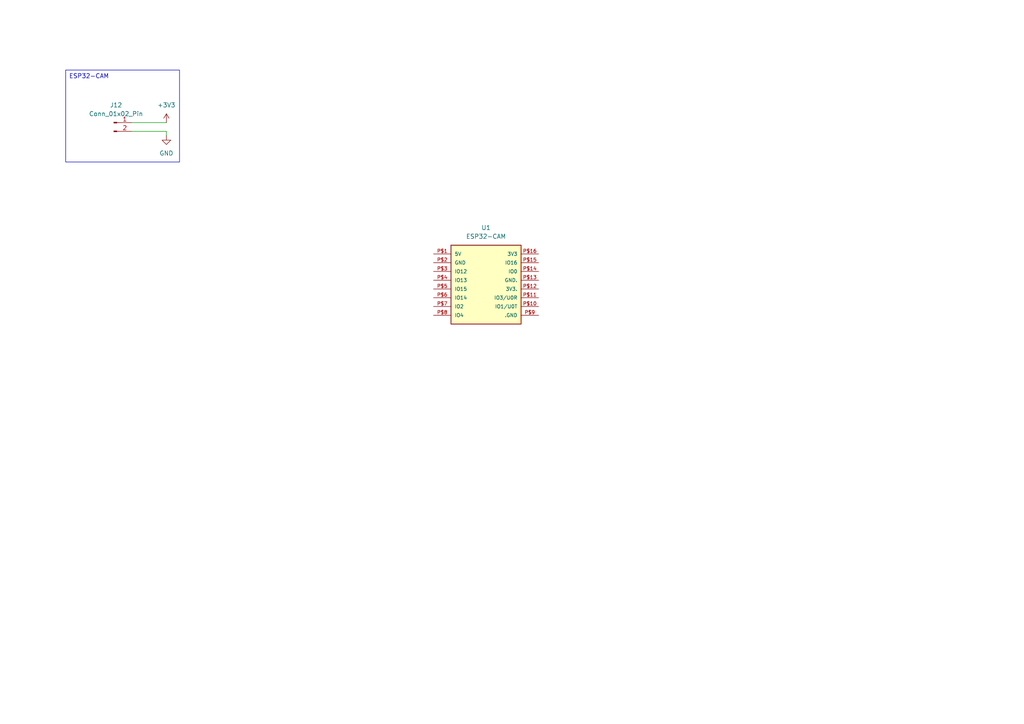
<source format=kicad_sch>
(kicad_sch (version 20231120) (generator "eeschema") (generator_version "8.0")
  (paper "A4")
  (lib_symbols
    (symbol "Connector:Conn_01x02_Pin" (pin_names (offset 1.016) hide)
      (property "Reference" "J" (at 0 2.54 0))
      (property "Value" "Conn_01x02_Pin" (at 0 -5.08 0))
      (symbol "Conn_01x02_Pin_1_1"
        (polyline (pts (xy 1.27 -2.54) (xy 0.8636 -2.54)) (stroke (width 0.1524)))
        (polyline (pts (xy 1.27 0) (xy 0.8636 0)) (stroke (width 0.1524)))
        (rectangle (start 0.8636 -2.413) (end 0 -2.667) (stroke (width 0.1524)) (fill (type outline)))
        (rectangle (start 0.8636 0.127) (end 0 -0.127) (stroke (width 0.1524)) (fill (type outline)))
        (pin passive line (at 5.08 0 180) (length 3.81) (name "Pin_1") (number "1"))
        (pin passive line (at 5.08 -2.54 180) (length 3.81) (name "Pin_2") (number "2"))
      )
    )
    (symbol "ESP32-CAM:ESP32-CAM" (pin_names (offset 1.016))
      (property "Reference" "U" (at -10.16 20.32 0))
      (property "Value" "ESP32-CAM" (at 0 0 0))
      (symbol "ESP32-CAM_0_0"
        (rectangle (start -10.16 -5.08) (end 10.16 17.78) (stroke (width 0.254)) (fill (type background)))
        (pin bidirectional line (at -15.24 15.24 0) (length 5.08) (name "5V") (number "P$1"))
        (pin bidirectional line (at 15.24 0 180) (length 5.08) (name "IO1/U0T") (number "P$10"))
        (pin bidirectional line (at 15.24 2.54 180) (length 5.08) (name "IO3/U0R") (number "P$11"))
        (pin bidirectional line (at 15.24 5.08 180) (length 5.08) (name "3V3.") (number "P$12"))
        (pin bidirectional line (at 15.24 7.62 180) (length 5.08) (name "GND.") (number "P$13"))
        (pin bidirectional line (at 15.24 10.16 180) (length 5.08) (name "IO0") (number "P$14"))
        (pin bidirectional line (at 15.24 12.7 180) (length 5.08) (name "IO16") (number "P$15"))
        (pin bidirectional line (at 15.24 15.24 180) (length 5.08) (name "3V3") (number "P$16"))
        (pin bidirectional line (at -15.24 12.7 0) (length 5.08) (name "GND") (number "P$2"))
        (pin bidirectional line (at -15.24 10.16 0) (length 5.08) (name "IO12") (number "P$3"))
        (pin bidirectional line (at -15.24 7.62 0) (length 5.08) (name "IO13") (number "P$4"))
        (pin bidirectional line (at -15.24 5.08 0) (length 5.08) (name "IO15") (number "P$5"))
        (pin bidirectional line (at -15.24 2.54 0) (length 5.08) (name "IO14") (number "P$6"))
        (pin bidirectional line (at -15.24 0 0) (length 5.08) (name "IO2") (number "P$7"))
        (pin bidirectional line (at -15.24 -2.54 0) (length 5.08) (name "IO4") (number "P$8"))
        (pin bidirectional line (at 15.24 -2.54 180) (length 5.08) (name ".GND") (number "P$9"))
      )
    )
    (symbol "power:+7.5V" (power) (pin_numbers hide) (pin_names (offset 0) hide)
      (property "Value" "+7.5V" (at 0 3.556 0))
      (symbol "+7.5V_0_1"
        (polyline (pts (xy -0.762 1.27) (xy 0 2.54)))
        (polyline (pts (xy 0 0) (xy 0 2.54)))
        (polyline (pts (xy 0 2.54) (xy 0.762 1.27)))
      )
      (symbol "+7.5V_1_1"
        (pin power_in line (at 0 0 90) (length 0) (name "~") (number "1"))
      )
    )
    (symbol "power:GND" (power) (pin_numbers hide) (pin_names (offset 0) hide)
      (property "Value" "GND" (at 0 -3.81 0))
      (symbol "GND_0_1"
        (polyline (pts (xy 0 0) (xy 0 -1.27) (xy 1.27 -1.27) (xy 0 -2.54) (xy -1.27 -1.27) (xy 0 -1.27)))
      )
      (symbol "GND_1_1"
        (pin power_in line (at 0 0 270) (length 0) (name "~") (number "1"))
      )
    )
  )
  (wire (pts (xy 48.26 38.1) (xy 48.26 39.37)))
  (wire (pts (xy 38.1 35.56) (xy 48.26 35.56)))
  (wire (pts (xy 38.1 38.1) (xy 48.26 38.1)))
  (text_box "ESP32-CAM\n" (at 19.05 20.32 0) (size 33.02 26.67) (effects (font (size 1.27 1.27)) (justify left top)))
  (symbol (lib_id "power:+7.5V") (at 48.26 35.56 0) (unit 1)
    (property "Reference" "#PWR042" (effects (hide yes)))
    (property "Value" "+3V3" (at 48.26 30.48 0))
    (property "Description" "Power symbol creates a global label with name \"+7.5V\"" (effects (hide yes)))
  )
  (symbol (lib_id "Connector:Conn_01x02_Pin") (at 33.02 35.56 0) (unit 1)
    (property "Reference" "J12" (at 33.655 30.48 0))
    (property "Value" "Conn_01x02_Pin" (at 33.655 33.02 0))
    (property "Footprint" "Connector_PinHeader_2.54mm:PinHeader_1x02_P2.54mm_Horizontal" (effects (hide yes)))
    (property "Description" "Generic connector, single row, 01x02, script generated" (effects (hide yes)))
    (property "MANUFACTURER" "-" (effects (hide yes)))
  )
  (symbol (lib_id "power:GND") (at 48.26 39.37 0) (unit 1)
    (property "Reference" "#PWR043" (effects (hide yes)))
    (property "Value" "GND" (at 48.26 44.45 0))
    (property "Description" "Power symbol creates a global label with name \"GND\" , ground" (effects (hide yes)))
  )
  (symbol (lib_id "ESP32-CAM:ESP32-CAM") (at 140.97 88.9 0) (unit 1)
    (property "Reference" "U1" (at 140.97 66.04 0))
    (property "Value" "ESP32-CAM" (at 140.97 68.58 0))
    (property "Footprint" "ESP32-CAM:ESP32-CAM" (effects (hide yes)))
    (property "MF" "AI-Thinker" (effects (hide yes)))
    (property "DESCRIPTION" "ESP32 ESP32 Transceiver; 802.11 a/b/g/n (Wi-Fi, WiFi, WLAN), Bluetooth® Smart 4.x Low Energy (BLE) Evaluation Board" (effects (hide yes)))
    (property "PACKAGE" "None" (effects (hide yes)))
    (property "PRICE" "None" (effects (hide yes)))
    (property "Package" "None" (effects (hide yes)))
    (property "Check_prices" "https://www.snapeda.com/parts/ESP32-CAM/AI-Thinker/view-part/?ref=eda" (effects (hide yes)))
    (property "Price" "None" (effects (hide yes)))
    (property "SnapEDA_Link" "https://www.snapeda.com/parts/ESP32-CAM/AI-Thinker/view-part/?ref=snap" (effects (hide yes)))
    (property "MP" "ESP32-CAM" (effects (hide yes)))
    (property "Availability" "Not in stock" (effects (hide yes)))
    (property "AVAILABILITY" "Not in stock" (effects (hide yes)))
    (property "Description_1" "\nESP32 ESP32 Transceiver; 802.11 a/b/g/n (Wi-Fi, WiFi, WLAN), Bluetooth® Smart 4.x Low Energy (BLE) Evaluation Board\n" (effects (hide yes)))
  )
)
</source>
